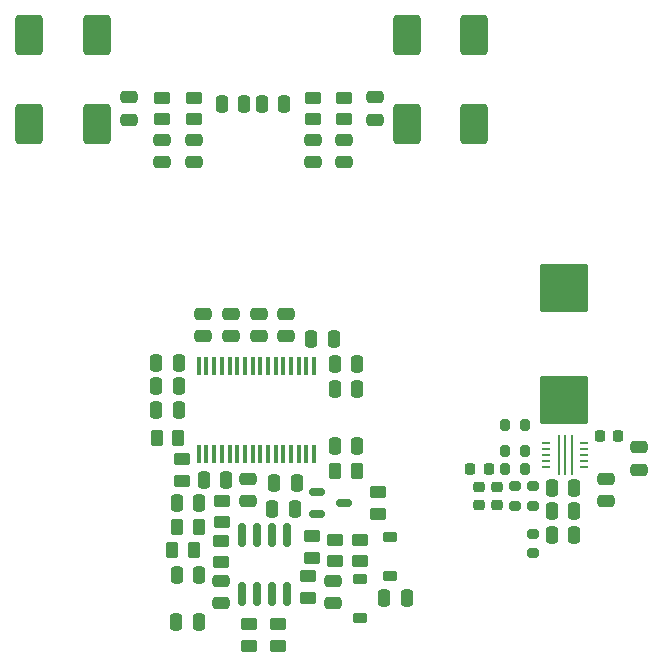
<source format=gtp>
G04 #@! TF.GenerationSoftware,KiCad,Pcbnew,9.0.3*
G04 #@! TF.CreationDate,2025-08-11T22:09:38-04:00*
G04 #@! TF.ProjectId,Class D Amplifier,436c6173-7320-4442-9041-6d706c696669,rev?*
G04 #@! TF.SameCoordinates,Original*
G04 #@! TF.FileFunction,Paste,Top*
G04 #@! TF.FilePolarity,Positive*
%FSLAX46Y46*%
G04 Gerber Fmt 4.6, Leading zero omitted, Abs format (unit mm)*
G04 Created by KiCad (PCBNEW 9.0.3) date 2025-08-11 22:09:38*
%MOMM*%
%LPD*%
G01*
G04 APERTURE LIST*
G04 Aperture macros list*
%AMRoundRect*
0 Rectangle with rounded corners*
0 $1 Rounding radius*
0 $2 $3 $4 $5 $6 $7 $8 $9 X,Y pos of 4 corners*
0 Add a 4 corners polygon primitive as box body*
4,1,4,$2,$3,$4,$5,$6,$7,$8,$9,$2,$3,0*
0 Add four circle primitives for the rounded corners*
1,1,$1+$1,$2,$3*
1,1,$1+$1,$4,$5*
1,1,$1+$1,$6,$7*
1,1,$1+$1,$8,$9*
0 Add four rect primitives between the rounded corners*
20,1,$1+$1,$2,$3,$4,$5,0*
20,1,$1+$1,$4,$5,$6,$7,0*
20,1,$1+$1,$6,$7,$8,$9,0*
20,1,$1+$1,$8,$9,$2,$3,0*%
G04 Aperture macros list end*
%ADD10RoundRect,0.250001X-0.899999X-1.449999X0.899999X-1.449999X0.899999X1.449999X-0.899999X1.449999X0*%
%ADD11RoundRect,0.250000X-0.450000X0.262500X-0.450000X-0.262500X0.450000X-0.262500X0.450000X0.262500X0*%
%ADD12RoundRect,0.250000X0.450000X-0.262500X0.450000X0.262500X-0.450000X0.262500X-0.450000X-0.262500X0*%
%ADD13RoundRect,0.250000X-0.475000X0.250000X-0.475000X-0.250000X0.475000X-0.250000X0.475000X0.250000X0*%
%ADD14RoundRect,0.250000X-0.250000X-0.475000X0.250000X-0.475000X0.250000X0.475000X-0.250000X0.475000X0*%
%ADD15RoundRect,0.102500X0.102500X-0.682500X0.102500X0.682500X-0.102500X0.682500X-0.102500X-0.682500X0*%
%ADD16RoundRect,0.250000X0.250000X0.475000X-0.250000X0.475000X-0.250000X-0.475000X0.250000X-0.475000X0*%
%ADD17RoundRect,0.250001X0.899999X1.449999X-0.899999X1.449999X-0.899999X-1.449999X0.899999X-1.449999X0*%
%ADD18RoundRect,0.225000X0.225000X0.250000X-0.225000X0.250000X-0.225000X-0.250000X0.225000X-0.250000X0*%
%ADD19RoundRect,0.150000X-0.512500X-0.150000X0.512500X-0.150000X0.512500X0.150000X-0.512500X0.150000X0*%
%ADD20RoundRect,0.250000X0.475000X-0.250000X0.475000X0.250000X-0.475000X0.250000X-0.475000X-0.250000X0*%
%ADD21RoundRect,0.200000X-0.275000X0.200000X-0.275000X-0.200000X0.275000X-0.200000X0.275000X0.200000X0*%
%ADD22RoundRect,0.250000X-0.262500X-0.450000X0.262500X-0.450000X0.262500X0.450000X-0.262500X0.450000X0*%
%ADD23R,0.700000X0.250000*%
%ADD24R,0.250000X3.400000*%
%ADD25RoundRect,0.200000X-0.200000X-0.275000X0.200000X-0.275000X0.200000X0.275000X-0.200000X0.275000X0*%
%ADD26RoundRect,0.225000X-0.375000X0.225000X-0.375000X-0.225000X0.375000X-0.225000X0.375000X0.225000X0*%
%ADD27RoundRect,0.250002X-1.799998X1.799998X-1.799998X-1.799998X1.799998X-1.799998X1.799998X1.799998X0*%
%ADD28RoundRect,0.225000X-0.250000X0.225000X-0.250000X-0.225000X0.250000X-0.225000X0.250000X0.225000X0*%
%ADD29RoundRect,0.150000X0.150000X-0.825000X0.150000X0.825000X-0.150000X0.825000X-0.150000X-0.825000X0*%
%ADD30RoundRect,0.225000X0.375000X-0.225000X0.375000X0.225000X-0.375000X0.225000X-0.375000X-0.225000X0*%
%ADD31RoundRect,0.250000X0.262500X0.450000X-0.262500X0.450000X-0.262500X-0.450000X0.262500X-0.450000X0*%
G04 APERTURE END LIST*
D10*
G04 #@! TO.C,L3*
X43000000Y-42900000D03*
X48700000Y-42900000D03*
G04 #@! TD*
D11*
G04 #@! TO.C,R4*
X61569193Y-92769984D03*
X61569193Y-94594984D03*
G04 #@! TD*
D12*
G04 #@! TO.C,R6*
X72500000Y-83412500D03*
X72500000Y-81587500D03*
G04 #@! TD*
D13*
G04 #@! TO.C,C37*
X67000000Y-51750000D03*
X67000000Y-53650000D03*
G04 #@! TD*
D12*
G04 #@! TO.C,R1*
X66900000Y-87112500D03*
X66900000Y-85287500D03*
G04 #@! TD*
D14*
G04 #@! TO.C,C10*
X68850000Y-72800000D03*
X70750000Y-72800000D03*
G04 #@! TD*
G04 #@! TO.C,C2*
X55493012Y-88600000D03*
X57393012Y-88600000D03*
G04 #@! TD*
D13*
G04 #@! TO.C,C35*
X72300000Y-48150000D03*
X72300000Y-50050000D03*
G04 #@! TD*
D15*
G04 #@! TO.C,U2*
X57345000Y-78345000D03*
X57995000Y-78345000D03*
X58645000Y-78345000D03*
X59295000Y-78345000D03*
X59945000Y-78345000D03*
X60595000Y-78345000D03*
X61245000Y-78345000D03*
X61895000Y-78345000D03*
X62545000Y-78345000D03*
X63195000Y-78345000D03*
X63845000Y-78345000D03*
X64495000Y-78345000D03*
X65145000Y-78345000D03*
X65795000Y-78345000D03*
X66445000Y-78345000D03*
X67095000Y-78345000D03*
X67095000Y-70905000D03*
X66445000Y-70905000D03*
X65795000Y-70905000D03*
X65145000Y-70905000D03*
X64495000Y-70905000D03*
X63845000Y-70905000D03*
X63195000Y-70905000D03*
X62545000Y-70905000D03*
X61895000Y-70905000D03*
X61245000Y-70905000D03*
X60595000Y-70905000D03*
X59945000Y-70905000D03*
X59295000Y-70905000D03*
X58645000Y-70905000D03*
X57995000Y-70905000D03*
X57345000Y-70905000D03*
G04 #@! TD*
D11*
G04 #@! TO.C,R24*
X69600000Y-48187500D03*
X69600000Y-50012500D03*
G04 #@! TD*
D16*
G04 #@! TO.C,C26*
X89150000Y-81200000D03*
X87250000Y-81200000D03*
G04 #@! TD*
D13*
G04 #@! TO.C,C5*
X59200000Y-89050000D03*
X59200000Y-90950000D03*
G04 #@! TD*
D17*
G04 #@! TO.C,L2*
X80650000Y-50400000D03*
X74950000Y-50400000D03*
G04 #@! TD*
D18*
G04 #@! TO.C,C21*
X92825000Y-76850000D03*
X91275000Y-76850000D03*
G04 #@! TD*
D19*
G04 #@! TO.C,Q1*
X67362500Y-81550000D03*
X67362500Y-83450000D03*
X69637500Y-82500000D03*
G04 #@! TD*
D16*
G04 #@! TO.C,C28*
X89150000Y-85200000D03*
X87250000Y-85200000D03*
G04 #@! TD*
D12*
G04 #@! TO.C,R13*
X59300000Y-84112500D03*
X59300000Y-82287500D03*
G04 #@! TD*
D20*
G04 #@! TO.C,C1*
X68700000Y-90950000D03*
X68700000Y-89050000D03*
G04 #@! TD*
D16*
G04 #@! TO.C,C33*
X64600000Y-48700000D03*
X62700000Y-48700000D03*
G04 #@! TD*
D14*
G04 #@! TO.C,C16*
X63750000Y-80800000D03*
X65650000Y-80800000D03*
G04 #@! TD*
G04 #@! TO.C,C3*
X73050000Y-90500000D03*
X74950000Y-90500000D03*
G04 #@! TD*
D21*
G04 #@! TO.C,R17*
X85650000Y-85075000D03*
X85650000Y-86725000D03*
G04 #@! TD*
D22*
G04 #@! TO.C,R11*
X68887500Y-79800000D03*
X70712500Y-79800000D03*
G04 #@! TD*
G04 #@! TO.C,R12*
X53787500Y-77000000D03*
X55612500Y-77000000D03*
G04 #@! TD*
D13*
G04 #@! TO.C,C39*
X69600000Y-51750000D03*
X69600000Y-53650000D03*
G04 #@! TD*
D23*
G04 #@! TO.C,U3*
X86750000Y-77400000D03*
X86750000Y-77900000D03*
X86750000Y-78400000D03*
X86750000Y-78900000D03*
X86750000Y-79400000D03*
D24*
X87800000Y-78400000D03*
X88350000Y-78400000D03*
X88900000Y-78400000D03*
D23*
X89950000Y-79400000D03*
X89950000Y-78900000D03*
X89950000Y-78400000D03*
X89950000Y-77900000D03*
X89950000Y-77400000D03*
G04 #@! TD*
D25*
G04 #@! TO.C,R15*
X83275000Y-78100000D03*
X84925000Y-78100000D03*
G04 #@! TD*
D11*
G04 #@! TO.C,R22*
X67000000Y-48187500D03*
X67000000Y-50012500D03*
G04 #@! TD*
D16*
G04 #@! TO.C,C4*
X57350000Y-92600000D03*
X55450000Y-92600000D03*
G04 #@! TD*
D11*
G04 #@! TO.C,R7*
X68900000Y-85587500D03*
X68900000Y-87412500D03*
G04 #@! TD*
D13*
G04 #@! TO.C,C15*
X94600000Y-77750000D03*
X94600000Y-79650000D03*
G04 #@! TD*
D14*
G04 #@! TO.C,C12*
X57750000Y-80500000D03*
X59650000Y-80500000D03*
G04 #@! TD*
D13*
G04 #@! TO.C,C23*
X60100000Y-66450000D03*
X60100000Y-68350000D03*
G04 #@! TD*
D14*
G04 #@! TO.C,C7*
X55493012Y-82500000D03*
X57393012Y-82500000D03*
G04 #@! TD*
D11*
G04 #@! TO.C,R9*
X66600000Y-88687500D03*
X66600000Y-90512500D03*
G04 #@! TD*
D13*
G04 #@! TO.C,C22*
X57700000Y-66450000D03*
X57700000Y-68350000D03*
G04 #@! TD*
D26*
G04 #@! TO.C,D2*
X73500000Y-85350000D03*
X73500000Y-88650000D03*
G04 #@! TD*
D18*
G04 #@! TO.C,C20*
X81875000Y-79600000D03*
X80325000Y-79600000D03*
G04 #@! TD*
D13*
G04 #@! TO.C,C24*
X62400000Y-66450000D03*
X62400000Y-68350000D03*
G04 #@! TD*
D16*
G04 #@! TO.C,C6*
X70750000Y-70700000D03*
X68850000Y-70700000D03*
G04 #@! TD*
D12*
G04 #@! TO.C,R3*
X64069193Y-94594984D03*
X64069193Y-92769984D03*
G04 #@! TD*
D27*
G04 #@! TO.C,L1*
X88300000Y-64250000D03*
X88300000Y-73750000D03*
G04 #@! TD*
D25*
G04 #@! TO.C,R14*
X83275000Y-75900000D03*
X84925000Y-75900000D03*
G04 #@! TD*
D14*
G04 #@! TO.C,C9*
X66850000Y-68600000D03*
X68750000Y-68600000D03*
G04 #@! TD*
D10*
G04 #@! TO.C,L4*
X74950000Y-42900000D03*
X80650000Y-42900000D03*
G04 #@! TD*
D17*
G04 #@! TO.C,L5*
X48700000Y-50400000D03*
X43000000Y-50400000D03*
G04 #@! TD*
D16*
G04 #@! TO.C,C13*
X55650000Y-74600000D03*
X53750000Y-74600000D03*
G04 #@! TD*
D28*
G04 #@! TO.C,C43*
X81100000Y-81125000D03*
X81100000Y-82675000D03*
G04 #@! TD*
D14*
G04 #@! TO.C,C19*
X68850000Y-77700000D03*
X70750000Y-77700000D03*
G04 #@! TD*
D11*
G04 #@! TO.C,R8*
X59200000Y-85687500D03*
X59200000Y-87512500D03*
G04 #@! TD*
D13*
G04 #@! TO.C,C40*
X56900000Y-51750000D03*
X56900000Y-53650000D03*
G04 #@! TD*
D29*
G04 #@! TO.C,U1*
X60995000Y-90175000D03*
X62265000Y-90175000D03*
X63535000Y-90175000D03*
X64805000Y-90175000D03*
X64805000Y-85225000D03*
X63535000Y-85225000D03*
X62265000Y-85225000D03*
X60995000Y-85225000D03*
G04 #@! TD*
D16*
G04 #@! TO.C,C27*
X89150000Y-83200000D03*
X87250000Y-83200000D03*
G04 #@! TD*
D21*
G04 #@! TO.C,R18*
X85650000Y-81075000D03*
X85650000Y-82725000D03*
G04 #@! TD*
D13*
G04 #@! TO.C,C17*
X91850000Y-80450000D03*
X91850000Y-82350000D03*
G04 #@! TD*
G04 #@! TO.C,C14*
X61500000Y-80450000D03*
X61500000Y-82350000D03*
G04 #@! TD*
D16*
G04 #@! TO.C,C18*
X55650000Y-72600000D03*
X53750000Y-72600000D03*
G04 #@! TD*
D21*
G04 #@! TO.C,R19*
X84150000Y-81075000D03*
X84150000Y-82725000D03*
G04 #@! TD*
D30*
G04 #@! TO.C,D1*
X71000000Y-92250000D03*
X71000000Y-88950000D03*
G04 #@! TD*
D11*
G04 #@! TO.C,R23*
X54200000Y-48187500D03*
X54200000Y-50012500D03*
G04 #@! TD*
D16*
G04 #@! TO.C,C36*
X61200000Y-48700000D03*
X59300000Y-48700000D03*
G04 #@! TD*
D28*
G04 #@! TO.C,C44*
X82600000Y-81125000D03*
X82600000Y-82675000D03*
G04 #@! TD*
D13*
G04 #@! TO.C,C25*
X64700000Y-66450000D03*
X64700000Y-68350000D03*
G04 #@! TD*
D14*
G04 #@! TO.C,C8*
X53750000Y-70600000D03*
X55650000Y-70600000D03*
G04 #@! TD*
D11*
G04 #@! TO.C,R5*
X71000000Y-85587500D03*
X71000000Y-87412500D03*
G04 #@! TD*
G04 #@! TO.C,R20*
X55900000Y-78787500D03*
X55900000Y-80612500D03*
G04 #@! TD*
D13*
G04 #@! TO.C,C38*
X54200000Y-51750000D03*
X54200000Y-53650000D03*
G04 #@! TD*
D20*
G04 #@! TO.C,C34*
X51400000Y-50050000D03*
X51400000Y-48150000D03*
G04 #@! TD*
D11*
G04 #@! TO.C,R25*
X56900000Y-48187500D03*
X56900000Y-50012500D03*
G04 #@! TD*
D25*
G04 #@! TO.C,R16*
X83275000Y-79600000D03*
X84925000Y-79600000D03*
G04 #@! TD*
D31*
G04 #@! TO.C,R2*
X57335512Y-84500000D03*
X55510512Y-84500000D03*
G04 #@! TD*
D22*
G04 #@! TO.C,R10*
X55087500Y-86500000D03*
X56912500Y-86500000D03*
G04 #@! TD*
D14*
G04 #@! TO.C,C6*
X63550000Y-83000000D03*
X65450000Y-83000000D03*
G04 #@! TD*
M02*

</source>
